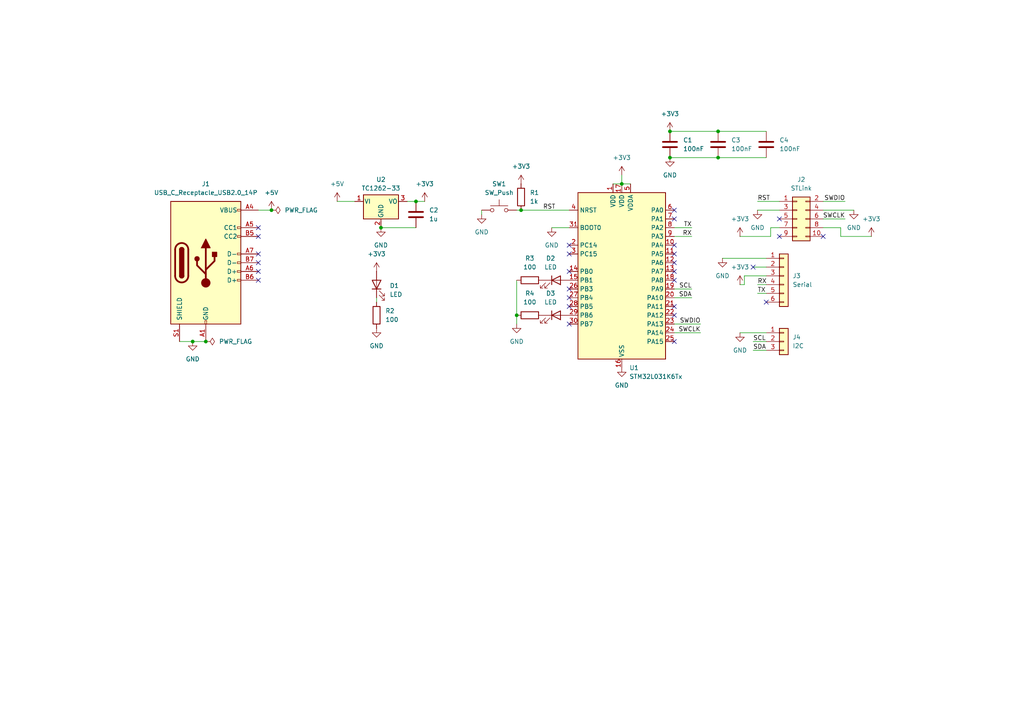
<source format=kicad_sch>
(kicad_sch (version 20231120) (generator "eeschema") (generator_version "8.0")
  (paper "A4")
  (lib_symbols
    (symbol "Connector:USB_C_Receptacle_USB2.0_14P" (pin_names (offset 1.016))
      (property "Reference" "J" (at 0 22.225 0))
      (property "Value" "USB_C_Receptacle_USB2.0_14P" (at 0 19.685 0))
      (symbol "USB_C_Receptacle_USB2.0_14P_0_0"
        (rectangle (start -0.254 -17.78) (end 0.254 -16.764))
        (rectangle (start 10.16 -4.826) (end 9.144 -5.334))
        (rectangle (start 10.16 -2.286) (end 9.144 -2.794))
        (rectangle (start 10.16 0.254) (end 9.144 -0.254))
        (rectangle (start 10.16 2.794) (end 9.144 2.286))
        (rectangle (start 10.16 7.874) (end 9.144 7.366))
        (rectangle (start 10.16 10.414) (end 9.144 9.906))
        (rectangle (start 10.16 15.494) (end 9.144 14.986))
      )
      (symbol "USB_C_Receptacle_USB2.0_14P_0_1"
        (rectangle (start -10.16 17.78) (end 10.16 -17.78) (stroke (width 0.254)) (fill (type background)))
        (arc (start -8.89 -3.81) (mid -6.985 -5.7067) (end -5.08 -3.81) (stroke (width 0.508)))
        (arc (start -7.62 -3.81) (mid -6.985 -4.4423) (end -6.35 -3.81) (stroke (width 0.254)))
        (arc (start -7.62 -3.81) (mid -6.985 -4.4423) (end -6.35 -3.81) (stroke (width 0.254)) (fill (type outline)))
        (rectangle (start -7.62 -3.81) (end -6.35 3.81) (stroke (width 0.254)) (fill (type outline)))
        (arc (start -6.35 3.81) (mid -6.985 4.4423) (end -7.62 3.81) (stroke (width 0.254)))
        (arc (start -6.35 3.81) (mid -6.985 4.4423) (end -7.62 3.81) (stroke (width 0.254)) (fill (type outline)))
        (arc (start -5.08 3.81) (mid -6.985 5.7067) (end -8.89 3.81) (stroke (width 0.508)))
        (circle (center -2.54 1.143) (radius 0.635) (stroke (width 0.254)) (fill (type outline)))
        (circle (center 0 -5.842) (radius 1.27) (fill (type outline)))
        (polyline (pts (xy -8.89 -3.81) (xy -8.89 3.81)) (stroke (width 0.508)))
        (polyline (pts (xy -5.08 3.81) (xy -5.08 -3.81)) (stroke (width 0.508)))
        (polyline (pts (xy 0 -5.842) (xy 0 4.318)) (stroke (width 0.508)))
        (polyline (pts (xy 0 -3.302) (xy -2.54 -0.762) (xy -2.54 0.508)) (stroke (width 0.508)))
        (polyline (pts (xy 0 -2.032) (xy 2.54 0.508) (xy 2.54 1.778)) (stroke (width 0.508)))
        (polyline (pts (xy -1.27 4.318) (xy 0 6.858) (xy 1.27 4.318) (xy -1.27 4.318)) (stroke (width 0.254)) (fill (type outline)))
        (rectangle (start 1.905 1.778) (end 3.175 3.048) (stroke (width 0.254)) (fill (type outline)))
      )
      (symbol "USB_C_Receptacle_USB2.0_14P_1_1"
        (pin passive line (at 0 -22.86 90) (length 5.08) (name "GND") (number "A1"))
        (pin passive line (at 0 -22.86 90) (length 5.08) hide (name "GND") (number "A12"))
        (pin passive line (at 15.24 15.24 180) (length 5.08) (name "VBUS") (number "A4"))
        (pin bidirectional line (at 15.24 10.16 180) (length 5.08) (name "CC1") (number "A5"))
        (pin bidirectional line (at 15.24 -2.54 180) (length 5.08) (name "D+") (number "A6"))
        (pin bidirectional line (at 15.24 2.54 180) (length 5.08) (name "D-") (number "A7"))
        (pin passive line (at 15.24 15.24 180) (length 5.08) hide (name "VBUS") (number "A9"))
        (pin passive line (at 0 -22.86 90) (length 5.08) hide (name "GND") (number "B1"))
        (pin passive line (at 0 -22.86 90) (length 5.08) hide (name "GND") (number "B12"))
        (pin passive line (at 15.24 15.24 180) (length 5.08) hide (name "VBUS") (number "B4"))
        (pin bidirectional line (at 15.24 7.62 180) (length 5.08) (name "CC2") (number "B5"))
        (pin bidirectional line (at 15.24 -5.08 180) (length 5.08) (name "D+") (number "B6"))
        (pin bidirectional line (at 15.24 0 180) (length 5.08) (name "D-") (number "B7"))
        (pin passive line (at 15.24 15.24 180) (length 5.08) hide (name "VBUS") (number "B9"))
        (pin passive line (at -7.62 -22.86 90) (length 5.08) (name "SHIELD") (number "S1"))
      )
    )
    (symbol "Connector_Generic:Conn_01x03" (pin_names (offset 1.016) hide)
      (property "Reference" "J" (at 0 5.08 0))
      (property "Value" "Conn_01x03" (at 0 -5.08 0))
      (symbol "Conn_01x03_1_1"
        (rectangle (start -1.27 -2.413) (end 0 -2.667) (stroke (width 0.1524)))
        (rectangle (start -1.27 0.127) (end 0 -0.127) (stroke (width 0.1524)))
        (rectangle (start -1.27 2.667) (end 0 2.413) (stroke (width 0.1524)))
        (rectangle (start -1.27 3.81) (end 1.27 -3.81) (stroke (width 0.254)) (fill (type background)))
        (pin passive line (at -5.08 2.54 0) (length 3.81) (name "Pin_1") (number "1"))
        (pin passive line (at -5.08 0 0) (length 3.81) (name "Pin_2") (number "2"))
        (pin passive line (at -5.08 -2.54 0) (length 3.81) (name "Pin_3") (number "3"))
      )
    )
    (symbol "Connector_Generic:Conn_01x06" (pin_names (offset 1.016) hide)
      (property "Reference" "J" (at 0 7.62 0))
      (property "Value" "Conn_01x06" (at 0 -10.16 0))
      (symbol "Conn_01x06_1_1"
        (rectangle (start -1.27 -7.493) (end 0 -7.747) (stroke (width 0.1524)))
        (rectangle (start -1.27 -4.953) (end 0 -5.207) (stroke (width 0.1524)))
        (rectangle (start -1.27 -2.413) (end 0 -2.667) (stroke (width 0.1524)))
        (rectangle (start -1.27 0.127) (end 0 -0.127) (stroke (width 0.1524)))
        (rectangle (start -1.27 2.667) (end 0 2.413) (stroke (width 0.1524)))
        (rectangle (start -1.27 5.207) (end 0 4.953) (stroke (width 0.1524)))
        (rectangle (start -1.27 6.35) (end 1.27 -8.89) (stroke (width 0.254)) (fill (type background)))
        (pin passive line (at -5.08 5.08 0) (length 3.81) (name "Pin_1") (number "1"))
        (pin passive line (at -5.08 2.54 0) (length 3.81) (name "Pin_2") (number "2"))
        (pin passive line (at -5.08 0 0) (length 3.81) (name "Pin_3") (number "3"))
        (pin passive line (at -5.08 -2.54 0) (length 3.81) (name "Pin_4") (number "4"))
        (pin passive line (at -5.08 -5.08 0) (length 3.81) (name "Pin_5") (number "5"))
        (pin passive line (at -5.08 -7.62 0) (length 3.81) (name "Pin_6") (number "6"))
      )
    )
    (symbol "Connector_Generic:Conn_02x05_Odd_Even" (pin_names (offset 1.016) hide)
      (property "Reference" "J" (at 1.27 7.62 0))
      (property "Value" "Conn_02x05_Odd_Even" (at 1.27 -7.62 0))
      (symbol "Conn_02x05_Odd_Even_1_1"
        (rectangle (start -1.27 -4.953) (end 0 -5.207) (stroke (width 0.1524)))
        (rectangle (start -1.27 -2.413) (end 0 -2.667) (stroke (width 0.1524)))
        (rectangle (start -1.27 0.127) (end 0 -0.127) (stroke (width 0.1524)))
        (rectangle (start -1.27 2.667) (end 0 2.413) (stroke (width 0.1524)))
        (rectangle (start -1.27 5.207) (end 0 4.953) (stroke (width 0.1524)))
        (rectangle (start -1.27 6.35) (end 3.81 -6.35) (stroke (width 0.254)) (fill (type background)))
        (rectangle (start 3.81 -4.953) (end 2.54 -5.207) (stroke (width 0.1524)))
        (rectangle (start 3.81 -2.413) (end 2.54 -2.667) (stroke (width 0.1524)))
        (rectangle (start 3.81 0.127) (end 2.54 -0.127) (stroke (width 0.1524)))
        (rectangle (start 3.81 2.667) (end 2.54 2.413) (stroke (width 0.1524)))
        (rectangle (start 3.81 5.207) (end 2.54 4.953) (stroke (width 0.1524)))
        (pin passive line (at -5.08 5.08 0) (length 3.81) (name "Pin_1") (number "1"))
        (pin passive line (at 7.62 -5.08 180) (length 3.81) (name "Pin_10") (number "10"))
        (pin passive line (at 7.62 5.08 180) (length 3.81) (name "Pin_2") (number "2"))
        (pin passive line (at -5.08 2.54 0) (length 3.81) (name "Pin_3") (number "3"))
        (pin passive line (at 7.62 2.54 180) (length 3.81) (name "Pin_4") (number "4"))
        (pin passive line (at -5.08 0 0) (length 3.81) (name "Pin_5") (number "5"))
        (pin passive line (at 7.62 0 180) (length 3.81) (name "Pin_6") (number "6"))
        (pin passive line (at -5.08 -2.54 0) (length 3.81) (name "Pin_7") (number "7"))
        (pin passive line (at 7.62 -2.54 180) (length 3.81) (name "Pin_8") (number "8"))
        (pin passive line (at -5.08 -5.08 0) (length 3.81) (name "Pin_9") (number "9"))
      )
    )
    (symbol "Device:C" (pin_numbers hide) (pin_names (offset 0.254))
      (property "Reference" "C" (at 0.635 2.54 0))
      (property "Value" "C" (at 0.635 -2.54 0))
      (symbol "C_0_1"
        (polyline (pts (xy -2.032 -0.762) (xy 2.032 -0.762)) (stroke (width 0.508)))
        (polyline (pts (xy -2.032 0.762) (xy 2.032 0.762)) (stroke (width 0.508)))
      )
      (symbol "C_1_1"
        (pin passive line (at 0 3.81 270) (length 2.794) (name "~") (number "1"))
        (pin passive line (at 0 -3.81 90) (length 2.794) (name "~") (number "2"))
      )
    )
    (symbol "Device:LED" (pin_numbers hide) (pin_names (offset 1.016) hide)
      (property "Reference" "D" (at 0 2.54 0))
      (property "Value" "LED" (at 0 -2.54 0))
      (symbol "LED_0_1"
        (polyline (pts (xy -1.27 -1.27) (xy -1.27 1.27)) (stroke (width 0.254)))
        (polyline (pts (xy -1.27 0) (xy 1.27 0)))
        (polyline (pts (xy 1.27 -1.27) (xy 1.27 1.27) (xy -1.27 0) (xy 1.27 -1.27)) (stroke (width 0.254)))
        (polyline (pts (xy -3.048 -0.762) (xy -4.572 -2.286) (xy -3.81 -2.286) (xy -4.572 -2.286) (xy -4.572 -1.524)))
        (polyline (pts (xy -1.778 -0.762) (xy -3.302 -2.286) (xy -2.54 -2.286) (xy -3.302 -2.286) (xy -3.302 -1.524)))
      )
      (symbol "LED_1_1"
        (pin passive line (at -3.81 0 0) (length 2.54) (name "K") (number "1"))
        (pin passive line (at 3.81 0 180) (length 2.54) (name "A") (number "2"))
      )
    )
    (symbol "Device:R" (pin_numbers hide) (pin_names (offset 0))
      (property "Reference" "R" (at 2.032 0 90))
      (property "Value" "R" (at 0 0 90))
      (symbol "R_0_1"
        (rectangle (start -1.016 -2.54) (end 1.016 2.54) (stroke (width 0.254)))
      )
      (symbol "R_1_1"
        (pin passive line (at 0 3.81 270) (length 1.27) (name "~") (number "1"))
        (pin passive line (at 0 -3.81 90) (length 1.27) (name "~") (number "2"))
      )
    )
    (symbol "MCU_ST_STM32L0:STM32L031K6Tx"
      (property "Reference" "U" (at -12.7 26.67 0))
      (property "Value" "STM32L031K6Tx" (at 5.08 26.67 0))
      (symbol "STM32L031K6Tx_0_1"
        (rectangle (start -12.7 -22.86) (end 12.7 25.4) (stroke (width 0.254)) (fill (type background)))
      )
      (symbol "STM32L031K6Tx_1_1"
        (pin power_in line (at -2.54 27.94 270) (length 2.54) (name "VDD") (number "1"))
        (pin bidirectional line (at 15.24 10.16 180) (length 2.54) (name "PA4") (number "10"))
        (pin bidirectional line (at 15.24 7.62 180) (length 2.54) (name "PA5") (number "11"))
        (pin bidirectional line (at 15.24 5.08 180) (length 2.54) (name "PA6") (number "12"))
        (pin bidirectional line (at 15.24 2.54 180) (length 2.54) (name "PA7") (number "13"))
        (pin bidirectional line (at -15.24 2.54 0) (length 2.54) (name "PB0") (number "14"))
        (pin bidirectional line (at -15.24 0 0) (length 2.54) (name "PB1") (number "15"))
        (pin power_in line (at 0 -25.4 90) (length 2.54) (name "VSS") (number "16"))
        (pin power_in line (at 0 27.94 270) (length 2.54) (name "VDD") (number "17"))
        (pin bidirectional line (at 15.24 0 180) (length 2.54) (name "PA8") (number "18"))
        (pin bidirectional line (at 15.24 -2.54 180) (length 2.54) (name "PA9") (number "19"))
        (pin bidirectional line (at -15.24 10.16 0) (length 2.54) (name "PC14") (number "2"))
        (pin bidirectional line (at 15.24 -5.08 180) (length 2.54) (name "PA10") (number "20"))
        (pin bidirectional line (at 15.24 -7.62 180) (length 2.54) (name "PA11") (number "21"))
        (pin bidirectional line (at 15.24 -10.16 180) (length 2.54) (name "PA12") (number "22"))
        (pin bidirectional line (at 15.24 -12.7 180) (length 2.54) (name "PA13") (number "23"))
        (pin bidirectional line (at 15.24 -15.24 180) (length 2.54) (name "PA14") (number "24"))
        (pin bidirectional line (at 15.24 -17.78 180) (length 2.54) (name "PA15") (number "25"))
        (pin bidirectional line (at -15.24 -2.54 0) (length 2.54) (name "PB3") (number "26"))
        (pin bidirectional line (at -15.24 -5.08 0) (length 2.54) (name "PB4") (number "27"))
        (pin bidirectional line (at -15.24 -7.62 0) (length 2.54) (name "PB5") (number "28"))
        (pin bidirectional line (at -15.24 -10.16 0) (length 2.54) (name "PB6") (number "29"))
        (pin bidirectional line (at -15.24 7.62 0) (length 2.54) (name "PC15") (number "3"))
        (pin bidirectional line (at -15.24 -12.7 0) (length 2.54) (name "PB7") (number "30"))
        (pin input line (at -15.24 15.24 0) (length 2.54) (name "BOOT0") (number "31"))
        (pin passive line (at 0 -25.4 90) (length 2.54) hide (name "VSS") (number "32"))
        (pin input line (at -15.24 20.32 0) (length 2.54) (name "NRST") (number "4"))
        (pin power_in line (at 2.54 27.94 270) (length 2.54) (name "VDDA") (number "5"))
        (pin bidirectional line (at 15.24 20.32 180) (length 2.54) (name "PA0") (number "6"))
        (pin bidirectional line (at 15.24 17.78 180) (length 2.54) (name "PA1") (number "7"))
        (pin bidirectional line (at 15.24 15.24 180) (length 2.54) (name "PA2") (number "8"))
        (pin bidirectional line (at 15.24 12.7 180) (length 2.54) (name "PA3") (number "9"))
      )
    )
    (symbol "Regulator_Linear:TC1262-33" (pin_names (offset 0.254))
      (property "Reference" "U" (at -3.81 3.175 0))
      (property "Value" "TC1262-33" (at 0 3.175 0))
      (symbol "TC1262-33_1_1"
        (rectangle (start -5.08 1.905) (end 5.08 -5.08) (stroke (width 0.254)) (fill (type background)))
        (pin power_in line (at -7.62 0 0) (length 2.54) (name "VI") (number "1"))
        (pin power_in line (at 0 -7.62 90) (length 2.54) (name "GND") (number "2"))
        (pin power_out line (at 7.62 0 180) (length 2.54) (name "VO") (number "3"))
      )
    )
    (symbol "Switch:SW_Push" (pin_numbers hide) (pin_names (offset 1.016) hide)
      (property "Reference" "SW" (at 1.27 2.54 0))
      (property "Value" "SW_Push" (at 0 -1.524 0))
      (symbol "SW_Push_0_1"
        (circle (center -2.032 0) (radius 0.508))
        (polyline (pts (xy 0 1.27) (xy 0 3.048)))
        (polyline (pts (xy 2.54 1.27) (xy -2.54 1.27)))
        (circle (center 2.032 0) (radius 0.508))
        (pin passive line (at -5.08 0 0) (length 2.54) (name "1") (number "1"))
        (pin passive line (at 5.08 0 180) (length 2.54) (name "2") (number "2"))
      )
    )
    (symbol "power:+3V3" (power) (pin_numbers hide) (pin_names (offset 0) hide)
      (property "Value" "+3V3" (at 0 3.556 0))
      (symbol "+3V3_0_1"
        (polyline (pts (xy -0.762 1.27) (xy 0 2.54)))
        (polyline (pts (xy 0 0) (xy 0 2.54)))
        (polyline (pts (xy 0 2.54) (xy 0.762 1.27)))
      )
      (symbol "+3V3_1_1"
        (pin power_in line (at 0 0 90) (length 0) (name "~") (number "1"))
      )
    )
    (symbol "power:+5V" (power) (pin_numbers hide) (pin_names (offset 0) hide)
      (property "Value" "+5V" (at 0 3.556 0))
      (symbol "+5V_0_1"
        (polyline (pts (xy -0.762 1.27) (xy 0 2.54)))
        (polyline (pts (xy 0 0) (xy 0 2.54)))
        (polyline (pts (xy 0 2.54) (xy 0.762 1.27)))
      )
      (symbol "+5V_1_1"
        (pin power_in line (at 0 0 90) (length 0) (name "~") (number "1"))
      )
    )
    (symbol "power:GND" (power) (pin_numbers hide) (pin_names (offset 0) hide)
      (property "Value" "GND" (at 0 -3.81 0))
      (symbol "GND_0_1"
        (polyline (pts (xy 0 0) (xy 0 -1.27) (xy 1.27 -1.27) (xy 0 -2.54) (xy -1.27 -1.27) (xy 0 -1.27)))
      )
      (symbol "GND_1_1"
        (pin power_in line (at 0 0 270) (length 0) (name "~") (number "1"))
      )
    )
    (symbol "power:PWR_FLAG" (power) (pin_numbers hide) (pin_names (offset 0) hide)
      (property "Value" "PWR_FLAG" (at 0 3.81 0))
      (symbol "PWR_FLAG_0_0"
        (pin power_out line (at 0 0 90) (length 0) (name "~") (number "1"))
      )
      (symbol "PWR_FLAG_0_1"
        (polyline (pts (xy 0 0) (xy 0 1.27) (xy -1.016 1.905) (xy 0 2.54) (xy 1.016 1.905) (xy 0 1.27)))
      )
    )
  )
  (junction (at 78.74 60.96))
  (junction (at 208.28 45.72))
  (junction (at 110.49 66.04))
  (junction (at 194.31 38.1))
  (junction (at 149.86 91.44))
  (junction (at 194.31 45.72))
  (junction (at 208.28 38.1))
  (junction (at 55.88 99.06))
  (junction (at 120.65 58.42))
  (junction (at 180.34 53.34))
  (junction (at 59.69 99.06))
  (junction (at 151.13 60.96))
  (no_connect (at 165.1 78.74))
  (no_connect (at 195.58 99.06))
  (no_connect (at 195.58 76.2))
  (no_connect (at 74.93 78.74))
  (no_connect (at 226.06 63.5))
  (no_connect (at 74.93 81.28))
  (no_connect (at 74.93 76.2))
  (no_connect (at 74.93 66.04))
  (no_connect (at 195.58 91.44))
  (no_connect (at 74.93 73.66))
  (no_connect (at 195.58 63.5))
  (no_connect (at 165.1 71.12))
  (no_connect (at 74.93 68.58))
  (no_connect (at 195.58 81.28))
  (no_connect (at 165.1 73.66))
  (no_connect (at 165.1 93.98))
  (no_connect (at 222.25 87.63))
  (no_connect (at 195.58 88.9))
  (no_connect (at 165.1 86.36))
  (no_connect (at 165.1 88.9))
  (no_connect (at 165.1 83.82))
  (no_connect (at 195.58 71.12))
  (no_connect (at 195.58 73.66))
  (no_connect (at 195.58 78.74))
  (no_connect (at 238.76 68.58))
  (no_connect (at 218.44 77.47))
  (no_connect (at 195.58 60.96))
  (no_connect (at 226.06 68.58))
  (wire (pts (xy 209.55 74.93) (xy 222.25 74.93)))
  (wire (pts (xy 223.52 66.04) (xy 226.06 66.04)))
  (wire (pts (xy 139.7 60.96) (xy 139.7 62.23)))
  (wire (pts (xy 78.74 60.96) (xy 74.93 60.96)))
  (wire (pts (xy 149.86 81.28) (xy 149.86 91.44)))
  (wire (pts (xy 214.63 68.58) (xy 223.52 68.58)))
  (wire (pts (xy 218.44 99.06) (xy 222.25 99.06)))
  (wire (pts (xy 194.31 38.1) (xy 208.28 38.1)))
  (wire (pts (xy 245.11 58.42) (xy 238.76 58.42)))
  (wire (pts (xy 200.66 66.04) (xy 195.58 66.04)))
  (wire (pts (xy 118.11 58.42) (xy 120.65 58.42)))
  (wire (pts (xy 215.9 82.55) (xy 215.9 80.01)))
  (wire (pts (xy 219.71 85.09) (xy 222.25 85.09)))
  (wire (pts (xy 194.31 45.72) (xy 208.28 45.72)))
  (wire (pts (xy 243.84 66.04) (xy 238.76 66.04)))
  (wire (pts (xy 208.28 38.1) (xy 222.25 38.1)))
  (wire (pts (xy 214.63 82.55) (xy 215.9 82.55)))
  (wire (pts (xy 219.71 82.55) (xy 222.25 82.55)))
  (wire (pts (xy 55.88 99.06) (xy 59.69 99.06)))
  (wire (pts (xy 200.66 86.36) (xy 195.58 86.36)))
  (wire (pts (xy 215.9 80.01) (xy 222.25 80.01)))
  (wire (pts (xy 200.66 68.58) (xy 195.58 68.58)))
  (wire (pts (xy 208.28 45.72) (xy 222.25 45.72)))
  (wire (pts (xy 219.71 60.96) (xy 226.06 60.96)))
  (wire (pts (xy 203.2 96.52) (xy 195.58 96.52)))
  (wire (pts (xy 52.07 99.06) (xy 55.88 99.06)))
  (wire (pts (xy 218.44 101.6) (xy 222.25 101.6)))
  (wire (pts (xy 223.52 68.58) (xy 223.52 66.04)))
  (wire (pts (xy 149.86 91.44) (xy 149.86 93.98)))
  (wire (pts (xy 247.65 60.96) (xy 238.76 60.96)))
  (wire (pts (xy 219.71 58.42) (xy 226.06 58.42)))
  (wire (pts (xy 120.65 58.42) (xy 123.19 58.42)))
  (wire (pts (xy 160.02 66.04) (xy 165.1 66.04)))
  (wire (pts (xy 149.86 60.96) (xy 151.13 60.96)))
  (wire (pts (xy 214.63 96.52) (xy 222.25 96.52)))
  (wire (pts (xy 203.2 93.98) (xy 195.58 93.98)))
  (wire (pts (xy 97.79 58.42) (xy 102.87 58.42)))
  (wire (pts (xy 110.49 66.04) (xy 120.65 66.04)))
  (wire (pts (xy 243.84 68.58) (xy 243.84 66.04)))
  (wire (pts (xy 151.13 60.96) (xy 165.1 60.96)))
  (wire (pts (xy 180.34 50.8) (xy 180.34 53.34)))
  (wire (pts (xy 180.34 53.34) (xy 182.88 53.34)))
  (wire (pts (xy 109.22 87.63) (xy 109.22 86.36)))
  (wire (pts (xy 177.8 53.34) (xy 180.34 53.34)))
  (wire (pts (xy 245.11 63.5) (xy 238.76 63.5)))
  (wire (pts (xy 200.66 83.82) (xy 195.58 83.82)))
  (wire (pts (xy 218.44 77.47) (xy 222.25 77.47)))
  (wire (pts (xy 243.84 68.58) (xy 252.73 68.58)))
  (label "SWDIO" (at 245.11 58.42 180))
  (label "RST" (at 219.71 58.42 0))
  (label "SDA" (at 200.66 86.36 180))
  (label "RX" (at 219.71 82.55 0))
  (label "RST" (at 157.48 60.96 0))
  (label "SDA" (at 218.44 101.6 0))
  (label "SWCLK" (at 245.11 63.5 180))
  (label "SCL" (at 200.66 83.82 180))
  (label "RX" (at 200.66 68.58 180))
  (label "TX" (at 219.71 85.09 0))
  (label "SWDIO" (at 203.2 93.98 180))
  (label "SWCLK" (at 203.2 96.52 180))
  (label "TX" (at 200.66 66.04 180))
  (label "SCL" (at 218.44 99.06 0))
  (symbol (lib_id "power:+5V") (at 78.74 60.96 0) (unit 1)
    (property "Reference" "#PWR02" (effects (hide yes)))
    (property "Value" "+5V" (at 78.74 55.88 0))
    (property "Description" "Power symbol creates a global label with name \"+5V\"" (effects (hide yes)))
  )
  (symbol (lib_id "Device:R") (at 153.67 91.44 90) (unit 1)
    (property "Reference" "R4" (at 153.67 85.09 90))
    (property "Value" "100" (at 153.67 87.63 90))
    (property "Footprint" "Capacitor_SMD:C_0805_2012Metric_Pad1.18x1.45mm_HandSolder" (effects (hide yes)))
    (property "Description" "Resistor" (effects (hide yes)))
  )
  (symbol (lib_id "power:+3V3") (at 214.63 82.55 0) (unit 1)
    (property "Reference" "#PWR017" (effects (hide yes)))
    (property "Value" "+3V3" (at 214.63 77.47 0))
    (property "Description" "Power symbol creates a global label with name \"+3V3\"" (effects (hide yes)))
  )
  (symbol (lib_id "power:GND") (at 149.86 93.98 0) (unit 1)
    (property "Reference" "#PWR022" (effects (hide yes)))
    (property "Value" "GND" (at 149.86 99.06 0))
    (property "Description" "Power symbol creates a global label with name \"GND\" , ground" (effects (hide yes)))
  )
  (symbol (lib_id "power:+3V3") (at 180.34 50.8 0) (unit 1)
    (property "Reference" "#PWR03" (effects (hide yes)))
    (property "Value" "+3V3" (at 180.34 45.72 0))
    (property "Description" "Power symbol creates a global label with name \"+3V3\"" (effects (hide yes)))
  )
  (symbol (lib_id "power:PWR_FLAG") (at 78.74 60.96 270) (unit 1)
    (property "Reference" "#FLG01" (effects (hide yes)))
    (property "Value" "PWR_FLAG" (at 82.55 60.9599 90) (effects (justify left)))
    (property "Description" "Special symbol for telling ERC where power comes from" (effects (hide yes)))
  )
  (symbol (lib_id "power:GND") (at 110.49 66.04 0) (unit 1)
    (property "Reference" "#PWR07" (effects (hide yes)))
    (property "Value" "GND" (at 110.49 71.12 0))
    (property "Description" "Power symbol creates a global label with name \"GND\" , ground" (effects (hide yes)))
  )
  (symbol (lib_id "Device:LED") (at 109.22 82.55 90) (unit 1)
    (property "Reference" "D1" (at 113.03 82.8674 90) (effects (justify right)))
    (property "Value" "LED" (at 113.03 85.4074 90) (effects (justify right)))
    (property "Footprint" "Diode_SMD:D_0805_2012Metric_Pad1.15x1.40mm_HandSolder" (effects (hide yes)))
    (property "Description" "Light emitting diode" (effects (hide yes)))
  )
  (symbol (lib_id "power:+3V3") (at 214.63 68.58 0) (unit 1)
    (property "Reference" "#PWR018" (effects (hide yes)))
    (property "Value" "+3V3" (at 214.63 63.5 0))
    (property "Description" "Power symbol creates a global label with name \"+3V3\"" (effects (hide yes)))
  )
  (symbol (lib_id "MCU_ST_STM32L0:STM32L031K6Tx") (at 180.34 81.28 0) (unit 1)
    (property "Reference" "U1" (at 182.5341 106.68 0) (effects (justify left)))
    (property "Value" "STM32L031K6Tx" (at 182.5341 109.22 0) (effects (justify left)))
    (property "Footprint" "Package_QFP:LQFP-32_7x7mm_P0.8mm" (effects (hide yes)))
    (property "Datasheet" "https://www.st.com/resource/en/datasheet/stm32l031k6.pdf" (effects (hide yes)))
    (property "Description" "STMicroelectronics Arm Cortex-M0+ MCU, 32KB flash, 8KB RAM, 32 MHz, 1.65-3.6V, 25 GPIO, LQFP32" (effects (hide yes)))
  )
  (symbol (lib_id "Connector_Generic:Conn_02x05_Odd_Even") (at 231.14 63.5 0) (unit 1)
    (property "Reference" "J2" (at 232.41 52.07 0))
    (property "Value" "STLink" (at 232.41 54.61 0))
    (property "Footprint" "Connector_PinHeader_2.54mm:PinHeader_2x05_P2.54mm_Vertical" (effects (hide yes)))
    (property "Description" "Generic connector, double row, 02x05, odd/even pin numbering scheme (row 1 odd numbers, row 2 even numbers), script generated (kicad-library-utils/schlib/autogen/connector/)" (effects (hide yes)))
  )
  (symbol (lib_id "power:GND") (at 209.55 74.93 0) (unit 1)
    (property "Reference" "#PWR015" (effects (hide yes)))
    (property "Value" "GND" (at 209.55 80.01 0))
    (property "Description" "Power symbol creates a global label with name \"GND\" , ground" (effects (hide yes)))
  )
  (symbol (lib_id "Switch:SW_Push") (at 144.78 60.96 0) (unit 1)
    (property "Reference" "SW1" (at 144.78 53.34 0))
    (property "Value" "SW_Push" (at 144.78 55.88 0))
    (property "Footprint" "Button_Switch_THT:SW_PUSH_6mm" (effects (hide yes)))
    (property "Description" "Push button switch, generic, two pins" (effects (hide yes)))
  )
  (symbol (lib_id "Device:LED") (at 161.29 81.28 0) (unit 1)
    (property "Reference" "D2" (at 159.7025 74.93 0))
    (property "Value" "LED" (at 159.7025 77.47 0))
    (property "Footprint" "Diode_SMD:D_0805_2012Metric_Pad1.15x1.40mm_HandSolder" (effects (hide yes)))
    (property "Description" "Light emitting diode" (effects (hide yes)))
  )
  (symbol (lib_id "power:+3V3") (at 194.31 38.1 0) (unit 1)
    (property "Reference" "#PWR05" (effects (hide yes)))
    (property "Value" "+3V3" (at 194.31 33.02 0))
    (property "Description" "Power symbol creates a global label with name \"+3V3\"" (effects (hide yes)))
  )
  (symbol (lib_id "power:GND") (at 194.31 45.72 0) (unit 1)
    (property "Reference" "#PWR06" (effects (hide yes)))
    (property "Value" "GND" (at 194.31 50.8 0))
    (property "Description" "Power symbol creates a global label with name \"GND\" , ground" (effects (hide yes)))
  )
  (symbol (lib_id "Connector_Generic:Conn_01x03") (at 227.33 99.06 0) (unit 1)
    (property "Reference" "J4" (at 229.87 97.7899 0) (effects (justify left)))
    (property "Value" "I2C" (at 229.87 100.3299 0) (effects (justify left)))
    (property "Footprint" "Connector_PinHeader_2.54mm:PinHeader_1x03_P2.54mm_Vertical" (effects (hide yes)))
    (property "Description" "Generic connector, single row, 01x03, script generated (kicad-library-utils/schlib/autogen/connector/)" (effects (hide yes)))
  )
  (symbol (lib_id "Device:R") (at 109.22 91.44 0) (unit 1)
    (property "Reference" "R2" (at 111.76 90.1699 0) (effects (justify left)))
    (property "Value" "100" (at 111.76 92.7099 0) (effects (justify left)))
    (property "Footprint" "Capacitor_SMD:C_0805_2012Metric_Pad1.18x1.45mm_HandSolder" (effects (hide yes)))
    (property "Description" "Resistor" (effects (hide yes)))
  )
  (symbol (lib_id "Device:R") (at 151.13 57.15 0) (unit 1)
    (property "Reference" "R1" (at 153.67 55.8799 0) (effects (justify left)))
    (property "Value" "1k" (at 153.67 58.4199 0) (effects (justify left)))
    (property "Footprint" "Capacitor_SMD:C_0805_2012Metric_Pad1.18x1.45mm_HandSolder" (effects (hide yes)))
    (property "Description" "Resistor" (effects (hide yes)))
  )
  (symbol (lib_id "power:GND") (at 180.34 106.68 0) (unit 1)
    (property "Reference" "#PWR04" (effects (hide yes)))
    (property "Value" "GND" (at 180.34 111.76 0))
    (property "Description" "Power symbol creates a global label with name \"GND\" , ground" (effects (hide yes)))
  )
  (symbol (lib_id "Regulator_Linear:TC1262-33") (at 110.49 58.42 0) (unit 1)
    (property "Reference" "U2" (at 110.49 52.07 0))
    (property "Value" "TC1262-33" (at 110.49 54.61 0))
    (property "Footprint" "Package_TO_SOT_THT:TO-220-3_Vertical" (effects (hide yes)))
    (property "Datasheet" "http://ww1.microchip.com/downloads/en/DeviceDoc/21373C.pdf" (effects (hide yes)))
    (property "Description" "500mA Low Dropout CMOS Voltage Regulator, Fixed Output 3.3V, TO-220/SOT-223/TO-263" (effects (hide yes)))
  )
  (symbol (lib_id "Device:LED") (at 161.29 91.44 0) (unit 1)
    (property "Reference" "D3" (at 159.7025 85.09 0))
    (property "Value" "LED" (at 159.7025 87.63 0))
    (property "Footprint" "Diode_SMD:D_0805_2012Metric_Pad1.15x1.40mm_HandSolder" (effects (hide yes)))
    (property "Description" "Light emitting diode" (effects (hide yes)))
  )
  (symbol (lib_id "Device:C") (at 194.31 41.91 0) (unit 1)
    (property "Reference" "C1" (at 198.12 40.6399 0) (effects (justify left)))
    (property "Value" "100nF" (at 198.12 43.1799 0) (effects (justify left)))
    (property "Footprint" "Capacitor_SMD:C_0805_2012Metric_Pad1.18x1.45mm_HandSolder" (effects (hide yes)))
    (property "Description" "Unpolarized capacitor" (effects (hide yes)))
  )
  (symbol (lib_id "Connector:USB_C_Receptacle_USB2.0_14P") (at 59.69 76.2 0) (unit 1)
    (property "Reference" "J1" (at 59.69 53.34 0))
    (property "Value" "USB_C_Receptacle_USB2.0_14P" (at 59.69 55.88 0))
    (property "Footprint" "Connector_USB:USB_C_Receptacle_GCT_USB4085" (effects (hide yes)))
    (property "Datasheet" "https://www.usb.org/sites/default/files/documents/usb_type-c.zip" (effects (hide yes)))
    (property "Description" "USB 2.0-only 14P Type-C Receptacle connector" (effects (hide yes)))
  )
  (symbol (lib_id "power:+3V3") (at 123.19 58.42 0) (unit 1)
    (property "Reference" "#PWR09" (effects (hide yes)))
    (property "Value" "+3V3" (at 123.19 53.34 0))
    (property "Description" "Power symbol creates a global label with name \"+3V3\"" (effects (hide yes)))
  )
  (symbol (lib_id "Connector_Generic:Conn_01x06") (at 227.33 80.01 0) (unit 1)
    (property "Reference" "J3" (at 229.87 80.0099 0) (effects (justify left)))
    (property "Value" "Serial" (at 229.87 82.5499 0) (effects (justify left)))
    (property "Footprint" "Connector_PinHeader_2.54mm:PinHeader_1x06_P2.54mm_Vertical" (effects (hide yes)))
    (property "Description" "Generic connector, single row, 01x06, script generated (kicad-library-utils/schlib/autogen/connector/)" (effects (hide yes)))
  )
  (symbol (lib_id "Device:C") (at 120.65 62.23 0) (unit 1)
    (property "Reference" "C2" (at 124.46 60.9599 0) (effects (justify left)))
    (property "Value" "1u" (at 124.46 63.4999 0) (effects (justify left)))
    (property "Footprint" "Capacitor_SMD:C_0805_2012Metric_Pad1.18x1.45mm_HandSolder" (effects (hide yes)))
    (property "Description" "Unpolarized capacitor" (effects (hide yes)))
  )
  (symbol (lib_id "power:+3V3") (at 109.22 78.74 0) (unit 1)
    (property "Reference" "#PWR013" (effects (hide yes)))
    (property "Value" "+3V3" (at 109.22 73.66 0))
    (property "Description" "Power symbol creates a global label with name \"+3V3\"" (effects (hide yes)))
  )
  (symbol (lib_id "power:+3V3") (at 151.13 53.34 0) (unit 1)
    (property "Reference" "#PWR011" (effects (hide yes)))
    (property "Value" "+3V3" (at 151.13 48.26 0))
    (property "Description" "Power symbol creates a global label with name \"+3V3\"" (effects (hide yes)))
  )
  (symbol (lib_id "power:GND") (at 109.22 95.25 0) (unit 1)
    (property "Reference" "#PWR014" (effects (hide yes)))
    (property "Value" "GND" (at 109.22 100.33 0))
    (property "Description" "Power symbol creates a global label with name \"GND\" , ground" (effects (hide yes)))
  )
  (symbol (lib_id "Device:C") (at 222.25 41.91 0) (unit 1)
    (property "Reference" "C4" (at 226.06 40.6399 0) (effects (justify left)))
    (property "Value" "100nF" (at 226.06 43.1799 0) (effects (justify left)))
    (property "Footprint" "Capacitor_SMD:C_0805_2012Metric_Pad1.18x1.45mm_HandSolder" (effects (hide yes)))
    (property "Description" "Unpolarized capacitor" (effects (hide yes)))
  )
  (symbol (lib_id "Device:C") (at 208.28 41.91 0) (unit 1)
    (property "Reference" "C3" (at 212.09 40.6399 0) (effects (justify left)))
    (property "Value" "100nF" (at 212.09 43.1799 0) (effects (justify left)))
    (property "Footprint" "Capacitor_SMD:C_0805_2012Metric_Pad1.18x1.45mm_HandSolder" (effects (hide yes)))
    (property "Description" "Unpolarized capacitor" (effects (hide yes)))
  )
  (symbol (lib_id "power:+5V") (at 97.79 58.42 0) (unit 1)
    (property "Reference" "#PWR08" (effects (hide yes)))
    (property "Value" "+5V" (at 97.79 53.34 0))
    (property "Description" "Power symbol creates a global label with name \"+5V\"" (effects (hide yes)))
  )
  (symbol (lib_id "power:PWR_FLAG") (at 59.69 99.06 270) (unit 1)
    (property "Reference" "#FLG02" (effects (hide yes)))
    (property "Value" "PWR_FLAG" (at 63.5 99.0599 90) (effects (justify left)))
    (property "Description" "Special symbol for telling ERC where power comes from" (effects (hide yes)))
  )
  (symbol (lib_id "power:GND") (at 214.63 96.52 0) (unit 1)
    (property "Reference" "#PWR016" (effects (hide yes)))
    (property "Value" "GND" (at 214.63 101.6 0))
    (property "Description" "Power symbol creates a global label with name \"GND\" , ground" (effects (hide yes)))
  )
  (symbol (lib_id "Device:R") (at 153.67 81.28 90) (unit 1)
    (property "Reference" "R3" (at 153.67 74.93 90))
    (property "Value" "100" (at 153.67 77.47 90))
    (property "Footprint" "Capacitor_SMD:C_0805_2012Metric_Pad1.18x1.45mm_HandSolder" (effects (hide yes)))
    (property "Description" "Resistor" (effects (hide yes)))
  )
  (symbol (lib_id "power:+3V3") (at 252.73 68.58 0) (unit 1)
    (property "Reference" "#PWR019" (effects (hide yes)))
    (property "Value" "+3V3" (at 252.73 63.5 0))
    (property "Description" "Power symbol creates a global label with name \"+3V3\"" (effects (hide yes)))
  )
  (symbol (lib_id "power:GND") (at 247.65 60.96 0) (unit 1)
    (property "Reference" "#PWR021" (effects (hide yes)))
    (property "Value" "GND" (at 247.65 66.04 0))
    (property "Description" "Power symbol creates a global label with name \"GND\" , ground" (effects (hide yes)))
  )
  (symbol (lib_id "power:GND") (at 219.71 60.96 0) (unit 1)
    (property "Reference" "#PWR020" (effects (hide yes)))
    (property "Value" "GND" (at 219.71 66.04 0))
    (property "Description" "Power symbol creates a global label with name \"GND\" , ground" (effects (hide yes)))
  )
  (symbol (lib_id "power:GND") (at 55.88 99.06 0) (unit 1)
    (property "Reference" "#PWR01" (effects (hide yes)))
    (property "Value" "GND" (at 55.88 104.14 0))
    (property "Description" "Power symbol creates a global label with name \"GND\" , ground" (effects (hide yes)))
  )
  (symbol (lib_id "power:GND") (at 139.7 62.23 0) (unit 1)
    (property "Reference" "#PWR012" (effects (hide yes)))
    (property "Value" "GND" (at 139.7 67.31 0))
    (property "Description" "Power symbol creates a global label with name \"GND\" , ground" (effects (hide yes)))
  )
  (symbol (lib_id "power:GND") (at 160.02 66.04 0) (unit 1)
    (property "Reference" "#PWR010" (effects (hide yes)))
    (property "Value" "GND" (at 160.02 71.12 0))
    (property "Description" "Power symbol creates a global label with name \"GND\" , ground" (effects (hide yes)))
  )
)
</source>
